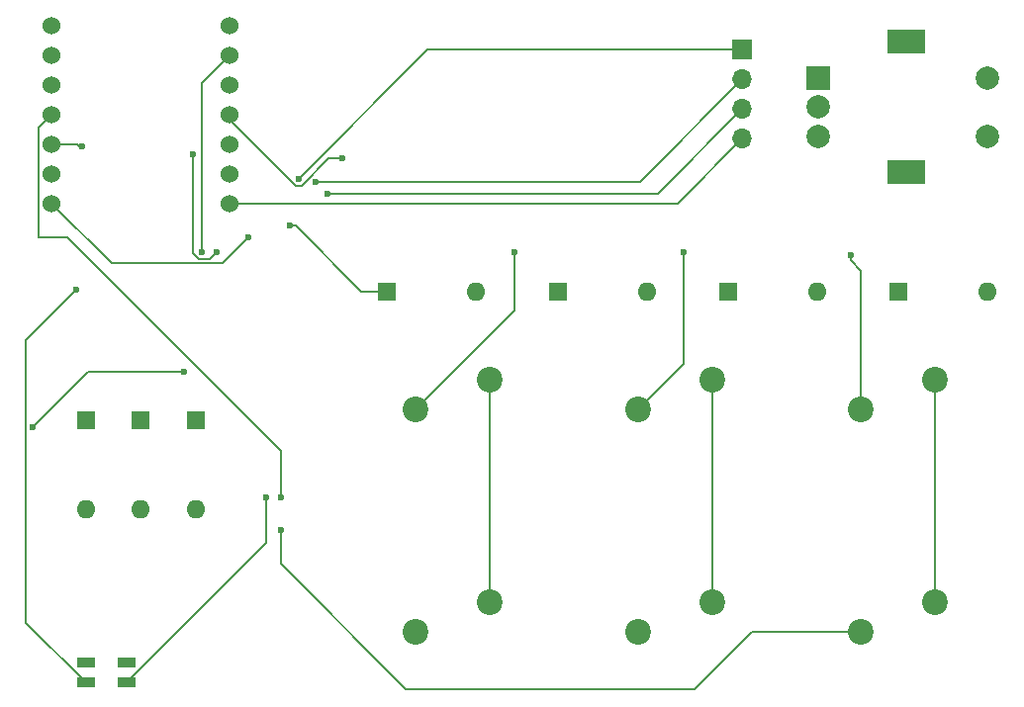
<source format=gbr>
%TF.GenerationSoftware,KiCad,Pcbnew,9.0.2*%
%TF.CreationDate,2025-05-26T15:10:03-05:00*%
%TF.ProjectId,CommandPad,436f6d6d-616e-4645-9061-642e6b696361,1.0*%
%TF.SameCoordinates,Original*%
%TF.FileFunction,Copper,L2,Bot*%
%TF.FilePolarity,Positive*%
%FSLAX46Y46*%
G04 Gerber Fmt 4.6, Leading zero omitted, Abs format (unit mm)*
G04 Created by KiCad (PCBNEW 9.0.2) date 2025-05-26 15:10:03*
%MOMM*%
%LPD*%
G01*
G04 APERTURE LIST*
%TA.AperFunction,ComponentPad*%
%ADD10R,1.600000X1.600000*%
%TD*%
%TA.AperFunction,ComponentPad*%
%ADD11O,1.600000X1.600000*%
%TD*%
%TA.AperFunction,ComponentPad*%
%ADD12C,1.524000*%
%TD*%
%TA.AperFunction,ComponentPad*%
%ADD13C,2.200000*%
%TD*%
%TA.AperFunction,ComponentPad*%
%ADD14R,2.000000X2.000000*%
%TD*%
%TA.AperFunction,ComponentPad*%
%ADD15C,2.000000*%
%TD*%
%TA.AperFunction,ComponentPad*%
%ADD16R,3.200000X2.000000*%
%TD*%
%TA.AperFunction,ComponentPad*%
%ADD17R,1.700000X1.700000*%
%TD*%
%TA.AperFunction,ComponentPad*%
%ADD18O,1.700000X1.700000*%
%TD*%
%TA.AperFunction,SMDPad,CuDef*%
%ADD19R,1.600000X0.850000*%
%TD*%
%TA.AperFunction,ViaPad*%
%ADD20C,0.600000*%
%TD*%
%TA.AperFunction,Conductor*%
%ADD21C,0.200000*%
%TD*%
G04 APERTURE END LIST*
D10*
%TO.P,D6,1,K*%
%TO.N,ROW_1*%
X151300000Y-107963689D03*
D11*
%TO.P,D6,2,A*%
%TO.N,Net-(D6-A)*%
X151300000Y-115583689D03*
%TD*%
D10*
%TO.P,D2,1,K*%
%TO.N,ROW_0*%
X191680000Y-96900000D03*
D11*
%TO.P,D2,2,A*%
%TO.N,Net-(D2-A)*%
X199300000Y-96900000D03*
%TD*%
D12*
%TO.P,U1,1,GPIO26/ADC0/A0*%
%TO.N,SK6812*%
X148380000Y-74150000D03*
%TO.P,U1,2,GPIO27/ADC1/A1*%
%TO.N,ROW_0*%
X148380000Y-76690000D03*
%TO.P,U1,3,GPIO28/ADC2/A2*%
%TO.N,ROW_1*%
X148380000Y-79230000D03*
%TO.P,U1,4,GPIO29/ADC3/A3*%
%TO.N,COL_0*%
X148380000Y-81770000D03*
%TO.P,U1,5,GPIO6/SDA*%
%TO.N,COL_1*%
X148380000Y-84310000D03*
%TO.P,U1,6,GPIO7/SCL*%
%TO.N,COL_2*%
X148380000Y-86850000D03*
%TO.P,U1,7,GPIO0/TX*%
%TO.N,ROT_SWB*%
X148380000Y-89390000D03*
%TO.P,U1,8,GPIO1/RX*%
%TO.N,SDA*%
X163620000Y-89390000D03*
%TO.P,U1,9,GPIO2/SCK*%
%TO.N,SCL*%
X163620000Y-86850000D03*
%TO.P,U1,10,GPIO4/MISO*%
%TO.N,ROT_B*%
X163620000Y-84310000D03*
%TO.P,U1,11,GPIO3/MOSI*%
%TO.N,ROT_A*%
X163620000Y-81770000D03*
%TO.P,U1,12,3V3*%
%TO.N,unconnected-(U1-3V3-Pad12)*%
X163620000Y-79230000D03*
%TO.P,U1,13,GND*%
%TO.N,GND*%
X163620000Y-76690000D03*
%TO.P,U1,14,VBUS*%
%TO.N,+5V*%
X163620000Y-74150000D03*
%TD*%
D10*
%TO.P,D4,1,K*%
%TO.N,ROW_1*%
X160700000Y-107963689D03*
D11*
%TO.P,D4,2,A*%
%TO.N,Net-(D4-A)*%
X160700000Y-115583689D03*
%TD*%
D10*
%TO.P,D3,1,K*%
%TO.N,ROW_0*%
X206280000Y-96900000D03*
D11*
%TO.P,D3,2,A*%
%TO.N,Net-(D3-A)*%
X213900000Y-96900000D03*
%TD*%
D13*
%TO.P,S2,1,1*%
%TO.N,COL_1*%
X204946250Y-104457500D03*
%TO.P,S2,2,2*%
%TO.N,Net-(D2-A)*%
X198596250Y-106997500D03*
%TD*%
%TO.P,S4,1,1*%
%TO.N,COL_0*%
X185896250Y-123507500D03*
%TO.P,S4,2,2*%
%TO.N,Net-(D4-A)*%
X179546250Y-126047500D03*
%TD*%
D14*
%TO.P,SW1,A,A*%
%TO.N,ROT_A*%
X214000000Y-78600000D03*
D15*
%TO.P,SW1,B,B*%
%TO.N,ROT_B*%
X214000000Y-83600000D03*
%TO.P,SW1,C,C*%
%TO.N,GND*%
X214000000Y-81100000D03*
D16*
%TO.P,SW1,MP*%
%TO.N,N/C*%
X221500000Y-75500000D03*
X221500000Y-86700000D03*
D15*
%TO.P,SW1,S1,S1*%
%TO.N,ROT_SWA*%
X228500000Y-83600000D03*
%TO.P,SW1,S2,S2*%
%TO.N,ROT_SWB*%
X228500000Y-78600000D03*
%TD*%
D10*
%TO.P,D5,1,K*%
%TO.N,ROW_1*%
X156000000Y-107963689D03*
D11*
%TO.P,D5,2,A*%
%TO.N,Net-(D5-A)*%
X156000000Y-115583689D03*
%TD*%
D17*
%TO.P,J1,1,GND*%
%TO.N,GND*%
X207500000Y-76190000D03*
D18*
%TO.P,J1,2,VCC*%
%TO.N,+5V*%
X207500000Y-78730000D03*
%TO.P,J1,3,SCL*%
%TO.N,SCL*%
X207500000Y-81270000D03*
%TO.P,J1,4,SDA*%
%TO.N,SDA*%
X207500000Y-83810000D03*
%TD*%
D13*
%TO.P,S3,1,1*%
%TO.N,COL_2*%
X223996250Y-104457500D03*
%TO.P,S3,2,2*%
%TO.N,Net-(D3-A)*%
X217646250Y-106997500D03*
%TD*%
%TO.P,S6,1,1*%
%TO.N,COL_2*%
X223996250Y-123507500D03*
%TO.P,S6,2,2*%
%TO.N,Net-(D6-A)*%
X217646250Y-126047500D03*
%TD*%
%TO.P,S1,1,1*%
%TO.N,COL_0*%
X185896250Y-104457500D03*
%TO.P,S1,2,2*%
%TO.N,Net-(D1-A)*%
X179546250Y-106997500D03*
%TD*%
%TO.P,S5,1,1*%
%TO.N,COL_1*%
X204946250Y-123507500D03*
%TO.P,S5,2,2*%
%TO.N,Net-(D5-A)*%
X198596250Y-126047500D03*
%TD*%
D10*
%TO.P,D7,1,K*%
%TO.N,ROW_0*%
X220880000Y-96900000D03*
D11*
%TO.P,D7,2,A*%
%TO.N,ROT_SWA*%
X228500000Y-96900000D03*
%TD*%
D10*
%TO.P,D1,1,K*%
%TO.N,ROW_0*%
X177080000Y-96900000D03*
D11*
%TO.P,D1,2,A*%
%TO.N,Net-(D1-A)*%
X184700000Y-96900000D03*
%TD*%
D19*
%TO.P,DLED2,1,DOUT*%
%TO.N,unconnected-(DLED2-DOUT-Pad1)*%
X154795000Y-128650000D03*
%TO.P,DLED2,2,VSS*%
%TO.N,GND*%
X154795000Y-130400000D03*
%TO.P,DLED2,3,DIN*%
%TO.N,Net-(DLED1-DOUT)*%
X151295000Y-130400000D03*
%TO.P,DLED2,4,VDD*%
%TO.N,+5V*%
X151295000Y-128650000D03*
%TD*%
D20*
%TO.N,Net-(D1-A)*%
X188000000Y-93500000D03*
%TO.N,ROW_0*%
X168750000Y-91250000D03*
%TO.N,Net-(D2-A)*%
X202500000Y-93500000D03*
%TO.N,Net-(D3-A)*%
X216750000Y-93750000D03*
%TO.N,Net-(D6-A)*%
X167976798Y-117307891D03*
%TO.N,Net-(DLED1-DOUT)*%
X150500000Y-96750000D03*
%TO.N,GND*%
X161250000Y-93500000D03*
X166750000Y-114500000D03*
X169500000Y-87250000D03*
%TO.N,+5V*%
X159750000Y-103750000D03*
X160500000Y-85187000D03*
X146750000Y-108500000D03*
X162500000Y-93500000D03*
X171000000Y-87500000D03*
X151295000Y-128650000D03*
%TO.N,SCL*%
X172000000Y-88500000D03*
%TO.N,COL_0*%
X168000000Y-114500000D03*
%TO.N,COL_1*%
X151000000Y-84500000D03*
%TO.N,ROT_A*%
X173250000Y-85500000D03*
%TO.N,ROT_SWB*%
X165250000Y-92250000D03*
%TD*%
D21*
%TO.N,Net-(D1-A)*%
X188000000Y-98543750D02*
X179546250Y-106997500D01*
X188000000Y-93500000D02*
X188000000Y-98543750D01*
%TO.N,ROW_0*%
X168750000Y-91250000D02*
X169250000Y-91250000D01*
X169250000Y-91250000D02*
X174900000Y-96900000D01*
X174900000Y-96900000D02*
X177080000Y-96900000D01*
%TO.N,Net-(D2-A)*%
X202500000Y-93500000D02*
X202500000Y-103093750D01*
X202500000Y-103093750D02*
X198596250Y-106997500D01*
%TO.N,Net-(D3-A)*%
X216750000Y-94250000D02*
X217646250Y-95146250D01*
X217646250Y-95146250D02*
X217646250Y-106997500D01*
X216750000Y-93750000D02*
X216750000Y-94250000D01*
%TO.N,Net-(D6-A)*%
X178688500Y-130938500D02*
X167976798Y-120226798D01*
X203380066Y-130938500D02*
X178688500Y-130938500D01*
X208271066Y-126047500D02*
X203380066Y-130938500D01*
X167976798Y-120226798D02*
X167976798Y-117307891D01*
X217646250Y-126047500D02*
X208271066Y-126047500D01*
%TO.N,Net-(DLED1-DOUT)*%
X146149000Y-101101000D02*
X146149000Y-125254000D01*
X150500000Y-96750000D02*
X146149000Y-101101000D01*
X146149000Y-125254000D02*
X151295000Y-130400000D01*
%TO.N,GND*%
X207500000Y-76190000D02*
X180560000Y-76190000D01*
X180560000Y-76190000D02*
X169500000Y-87250000D01*
X154795000Y-130400000D02*
X166750000Y-118445000D01*
X161250000Y-79060000D02*
X163620000Y-76690000D01*
X161250000Y-93500000D02*
X161250000Y-79060000D01*
X166750000Y-118445000D02*
X166750000Y-114500000D01*
%TO.N,+5V*%
X151500000Y-103750000D02*
X146750000Y-108500000D01*
X161899000Y-94101000D02*
X161001057Y-94101000D01*
X161001057Y-94101000D02*
X160500000Y-93599943D01*
X159750000Y-103750000D02*
X151500000Y-103750000D01*
X162500000Y-93500000D02*
X161899000Y-94101000D01*
X207500000Y-78730000D02*
X198730000Y-87500000D01*
X160500000Y-93599943D02*
X160500000Y-85187000D01*
X198730000Y-87500000D02*
X171000000Y-87500000D01*
%TO.N,SDA*%
X207500000Y-83810000D02*
X201920000Y-89390000D01*
X201920000Y-89390000D02*
X163620000Y-89390000D01*
%TO.N,SCL*%
X207500000Y-81270000D02*
X200270000Y-88500000D01*
X200270000Y-88500000D02*
X172000000Y-88500000D01*
%TO.N,COL_0*%
X168000000Y-114500000D02*
X168000000Y-110513310D01*
X168000000Y-110513310D02*
X149736690Y-92250000D01*
X185896250Y-104457500D02*
X185896250Y-123507500D01*
X147250000Y-82900000D02*
X148380000Y-81770000D01*
X147250000Y-92250000D02*
X147250000Y-82900000D01*
X149736690Y-92250000D02*
X147250000Y-92250000D01*
%TO.N,COL_1*%
X151000000Y-84500000D02*
X150750000Y-84500000D01*
X150750000Y-84500000D02*
X150560000Y-84310000D01*
X204946250Y-104457500D02*
X204946250Y-123507500D01*
X150560000Y-84310000D02*
X148380000Y-84310000D01*
%TO.N,COL_2*%
X223996250Y-104457500D02*
X223996250Y-123507500D01*
%TO.N,ROT_A*%
X169251057Y-87851000D02*
X163620000Y-82219943D01*
X163620000Y-82219943D02*
X163620000Y-81770000D01*
X173250000Y-85500000D02*
X172099943Y-85500000D01*
X169748943Y-87851000D02*
X169251057Y-87851000D01*
X172099943Y-85500000D02*
X169748943Y-87851000D01*
%TO.N,ROT_SWB*%
X162998000Y-94502000D02*
X153492000Y-94502000D01*
X153492000Y-94502000D02*
X148380000Y-89390000D01*
X165250000Y-92250000D02*
X162998000Y-94502000D01*
%TD*%
M02*

</source>
